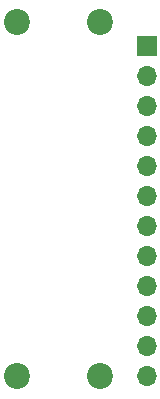
<source format=gbr>
%TF.GenerationSoftware,KiCad,Pcbnew,(7.0.0-0)*%
%TF.CreationDate,2023-06-29T18:43:16+08:00*%
%TF.ProjectId,cirque-connector,63697271-7565-42d6-936f-6e6e6563746f,rev?*%
%TF.SameCoordinates,Original*%
%TF.FileFunction,Soldermask,Bot*%
%TF.FilePolarity,Negative*%
%FSLAX46Y46*%
G04 Gerber Fmt 4.6, Leading zero omitted, Abs format (unit mm)*
G04 Created by KiCad (PCBNEW (7.0.0-0)) date 2023-06-29 18:43:16*
%MOMM*%
%LPD*%
G01*
G04 APERTURE LIST*
%ADD10C,2.200000*%
%ADD11R,1.700000X1.700000*%
%ADD12O,1.700000X1.700000*%
G04 APERTURE END LIST*
D10*
%TO.C,REF\u002A\u002A*%
X37000000Y-53000000D03*
%TD*%
%TO.C,REF\u002A\u002A*%
X30000000Y-83000000D03*
%TD*%
%TO.C,REF\u002A\u002A*%
X30000000Y-53000000D03*
%TD*%
D11*
%TO.C,J2*%
X40999999Y-54979999D03*
D12*
X40999999Y-57519999D03*
X40999999Y-60059999D03*
X40999999Y-62599999D03*
X40999999Y-65139999D03*
X40999999Y-67679999D03*
X40999999Y-70219999D03*
X40999999Y-72759999D03*
X40999999Y-75299999D03*
X40999999Y-77839999D03*
X40999999Y-80379999D03*
X40999999Y-82919999D03*
%TD*%
D10*
%TO.C,REF\u002A\u002A*%
X37000000Y-83000000D03*
%TD*%
M02*

</source>
